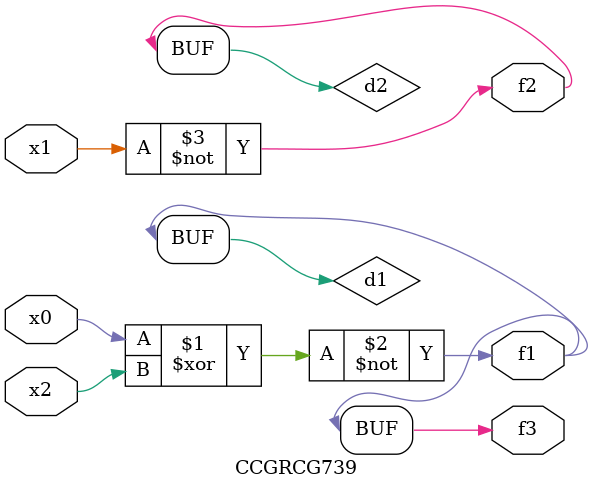
<source format=v>
module CCGRCG739(
	input x0, x1, x2,
	output f1, f2, f3
);

	wire d1, d2, d3;

	xnor (d1, x0, x2);
	nand (d2, x1);
	nor (d3, x1, x2);
	assign f1 = d1;
	assign f2 = d2;
	assign f3 = d1;
endmodule

</source>
